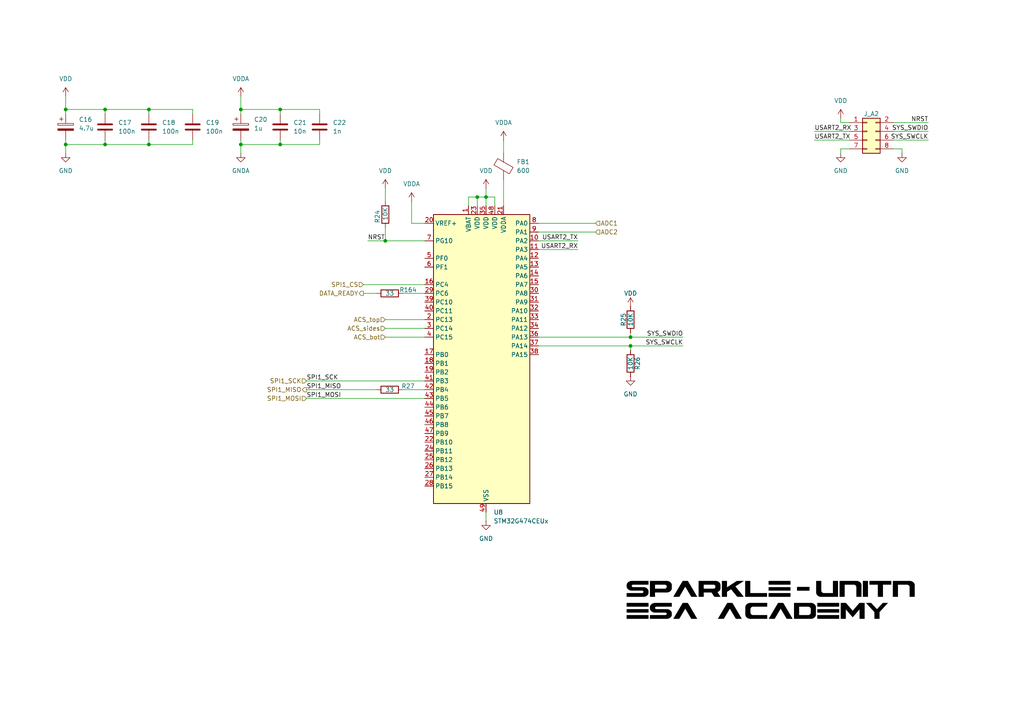
<source format=kicad_sch>
(kicad_sch (version 20231120) (generator "eeschema") (generator_version "8.0")
  (paper "A4")
  (title_block (title "Data Aquistion MCU") (date "2024-10-17") (rev "1.0"))
  (lib_symbols
    (symbol "Connector_Generic:Conn_02x04_Odd_Even" (pin_names (offset 1.016) hide)
      (property "Reference" "J" (at 1.27 5.08 0))
      (property "Value" "Conn_02x04_Odd_Even" (at 1.27 -7.62 0))
      (symbol "Conn_02x04_Odd_Even_1_1"
        (rectangle (start -1.27 -4.953) (end 0 -5.207) (stroke (width 0.1524)))
        (rectangle (start -1.27 -2.413) (end 0 -2.667) (stroke (width 0.1524)))
        (rectangle (start -1.27 0.127) (end 0 -0.127) (stroke (width 0.1524)))
        (rectangle (start -1.27 2.667) (end 0 2.413) (stroke (width 0.1524)))
        (rectangle (start -1.27 3.81) (end 3.81 -6.35) (stroke (width 0.254)) (fill (type background)))
        (rectangle (start 3.81 -4.953) (end 2.54 -5.207) (stroke (width 0.1524)))
        (rectangle (start 3.81 -2.413) (end 2.54 -2.667) (stroke (width 0.1524)))
        (rectangle (start 3.81 0.127) (end 2.54 -0.127) (stroke (width 0.1524)))
        (rectangle (start 3.81 2.667) (end 2.54 2.413) (stroke (width 0.1524)))
        (pin passive line (at -5.08 2.54 0) (length 3.81) (name "Pin_1") (number "1"))
        (pin passive line (at 7.62 2.54 180) (length 3.81) (name "Pin_2") (number "2"))
        (pin passive line (at -5.08 0 0) (length 3.81) (name "Pin_3") (number "3"))
        (pin passive line (at 7.62 0 180) (length 3.81) (name "Pin_4") (number "4"))
        (pin passive line (at -5.08 -2.54 0) (length 3.81) (name "Pin_5") (number "5"))
        (pin passive line (at 7.62 -2.54 180) (length 3.81) (name "Pin_6") (number "6"))
        (pin passive line (at -5.08 -5.08 0) (length 3.81) (name "Pin_7") (number "7"))
        (pin passive line (at 7.62 -5.08 180) (length 3.81) (name "Pin_8") (number "8"))
      )
    )
    (symbol "Device:C" (pin_numbers hide) (pin_names (offset 0.254))
      (property "Reference" "C" (at 0.635 2.54 0))
      (property "Value" "C" (at 0.635 -2.54 0))
      (symbol "C_0_1"
        (polyline (pts (xy -2.032 -0.762) (xy 2.032 -0.762)) (stroke (width 0.508)))
        (polyline (pts (xy -2.032 0.762) (xy 2.032 0.762)) (stroke (width 0.508)))
      )
      (symbol "C_1_1"
        (pin passive line (at 0 3.81 270) (length 2.794) (name "~") (number "1"))
        (pin passive line (at 0 -3.81 90) (length 2.794) (name "~") (number "2"))
      )
    )
    (symbol "Device:C_Polarized" (pin_numbers hide) (pin_names (offset 0.254))
      (property "Reference" "C" (at 0.635 2.54 0))
      (property "Value" "C_Polarized" (at 0.635 -2.54 0))
      (symbol "C_Polarized_0_1"
        (rectangle (start -2.286 0.508) (end 2.286 1.016))
        (polyline (pts (xy -1.778 2.286) (xy -0.762 2.286)))
        (polyline (pts (xy -1.27 2.794) (xy -1.27 1.778)))
        (rectangle (start 2.286 -0.508) (end -2.286 -1.016) (fill (type outline)))
      )
      (symbol "C_Polarized_1_1"
        (pin passive line (at 0 3.81 270) (length 2.794) (name "~") (number "1"))
        (pin passive line (at 0 -3.81 90) (length 2.794) (name "~") (number "2"))
      )
    )
    (symbol "Device:FerriteBead" (pin_numbers hide) (pin_names (offset 0))
      (property "Reference" "FB" (at -3.81 0.635 90))
      (property "Value" "FerriteBead" (at 3.81 0 90))
      (symbol "FerriteBead_0_1"
        (polyline (pts (xy 0 -1.27) (xy 0 -1.2192)))
        (polyline (pts (xy 0 1.27) (xy 0 1.2954)))
        (polyline (pts (xy -2.7686 0.4064) (xy -1.7018 2.2606) (xy 2.7686 -0.3048) (xy 1.6764 -2.159) (xy -2.7686 0.4064)))
      )
      (symbol "FerriteBead_1_1"
        (pin passive line (at 0 3.81 270) (length 2.54) (name "~") (number "1"))
        (pin passive line (at 0 -3.81 90) (length 2.54) (name "~") (number "2"))
      )
    )
    (symbol "Device:R" (pin_numbers hide) (pin_names (offset 0))
      (property "Reference" "R" (at 2.032 0 90))
      (property "Value" "R" (at 0 0 90))
      (symbol "R_0_1"
        (rectangle (start -1.016 -2.54) (end 1.016 2.54) (stroke (width 0.254)))
      )
      (symbol "R_1_1"
        (pin passive line (at 0 3.81 270) (length 1.27) (name "~") (number "1"))
        (pin passive line (at 0 -3.81 90) (length 1.27) (name "~") (number "2"))
      )
    )
    (symbol "MCU_ST_STM32G4:STM32G474CEUx"
      (property "Reference" "U" (at -12.7 44.45 0))
      (property "Value" "STM32G474CEUx" (at 10.16 44.45 0))
      (symbol "STM32G474CEUx_0_1"
        (rectangle (start -12.7 -40.64) (end 15.24 43.18) (stroke (width 0.254)) (fill (type background)))
      )
      (symbol "STM32G474CEUx_1_1"
        (pin power_in line (at -2.54 45.72 270) (length 2.54) (name "VBAT") (number "1"))
        (pin bidirectional line (at 17.78 35.56 180) (length 2.54) (name "PA2") (number "10"))
        (pin bidirectional line (at 17.78 33.02 180) (length 2.54) (name "PA3") (number "11"))
        (pin bidirectional line (at 17.78 30.48 180) (length 2.54) (name "PA4") (number "12"))
        (pin bidirectional line (at 17.78 27.94 180) (length 2.54) (name "PA5") (number "13"))
        (pin bidirectional line (at 17.78 25.4 180) (length 2.54) (name "PA6") (number "14"))
        (pin bidirectional line (at 17.78 22.86 180) (length 2.54) (name "PA7") (number "15"))
        (pin bidirectional line (at -15.24 22.86 0) (length 2.54) (name "PC4") (number "16"))
        (pin bidirectional line (at -15.24 2.54 0) (length 2.54) (name "PB0") (number "17"))
        (pin bidirectional line (at -15.24 0 0) (length 2.54) (name "PB1") (number "18"))
        (pin bidirectional line (at -15.24 -2.54 0) (length 2.54) (name "PB2") (number "19"))
        (pin bidirectional line (at -15.24 12.7 0) (length 2.54) (name "PC13") (number "2"))
        (pin input line (at -15.24 40.64 0) (length 2.54) (name "VREF+") (number "20"))
        (pin power_in line (at 7.62 45.72 270) (length 2.54) (name "VDDA") (number "21"))
        (pin bidirectional line (at -15.24 -22.86 0) (length 2.54) (name "PB10") (number "22"))
        (pin power_in line (at 0 45.72 270) (length 2.54) (name "VDD") (number "23"))
        (pin bidirectional line (at -15.24 -25.4 0) (length 2.54) (name "PB11") (number "24"))
        (pin bidirectional line (at -15.24 -27.94 0) (length 2.54) (name "PB12") (number "25"))
        (pin bidirectional line (at -15.24 -30.48 0) (length 2.54) (name "PB13") (number "26"))
        (pin bidirectional line (at -15.24 -33.02 0) (length 2.54) (name "PB14") (number "27"))
        (pin bidirectional line (at -15.24 -35.56 0) (length 2.54) (name "PB15") (number "28"))
        (pin bidirectional line (at -15.24 20.32 0) (length 2.54) (name "PC6") (number "29"))
        (pin bidirectional line (at -15.24 10.16 0) (length 2.54) (name "PC14") (number "3"))
        (pin bidirectional line (at 17.78 20.32 180) (length 2.54) (name "PA8") (number "30"))
        (pin bidirectional line (at 17.78 17.78 180) (length 2.54) (name "PA9") (number "31"))
        (pin bidirectional line (at 17.78 15.24 180) (length 2.54) (name "PA10") (number "32"))
        (pin bidirectional line (at 17.78 12.7 180) (length 2.54) (name "PA11") (number "33"))
        (pin bidirectional line (at 17.78 10.16 180) (length 2.54) (name "PA12") (number "34"))
        (pin power_in line (at 2.54 45.72 270) (length 2.54) (name "VDD") (number "35"))
        (pin bidirectional line (at 17.78 7.62 180) (length 2.54) (name "PA13") (number "36"))
        (pin bidirectional line (at 17.78 5.08 180) (length 2.54) (name "PA14") (number "37"))
        (pin bidirectional line (at 17.78 2.54 180) (length 2.54) (name "PA15") (number "38"))
        (pin bidirectional line (at -15.24 17.78 0) (length 2.54) (name "PC10") (number "39"))
        (pin bidirectional line (at -15.24 7.62 0) (length 2.54) (name "PC15") (number "4"))
        (pin bidirectional line (at -15.24 15.24 0) (length 2.54) (name "PC11") (number "40"))
        (pin bidirectional line (at -15.24 -5.08 0) (length 2.54) (name "PB3") (number "41"))
        (pin bidirectional line (at -15.24 -7.62 0) (length 2.54) (name "PB4") (number "42"))
        (pin bidirectional line (at -15.24 -10.16 0) (length 2.54) (name "PB5") (number "43"))
        (pin bidirectional line (at -15.24 -12.7 0) (length 2.54) (name "PB6") (number "44"))
        (pin bidirectional line (at -15.24 -15.24 0) (length 2.54) (name "PB7") (number "45"))
        (pin bidirectional line (at -15.24 -17.78 0) (length 2.54) (name "PB8") (number "46"))
        (pin bidirectional line (at -15.24 -20.32 0) (length 2.54) (name "PB9") (number "47"))
        (pin power_in line (at 5.08 45.72 270) (length 2.54) (name "VDD") (number "48"))
        (pin power_in line (at 2.54 -43.18 90) (length 2.54) (name "VSS") (number "49"))
        (pin bidirectional line (at -15.24 30.48 0) (length 2.54) (name "PF0") (number "5"))
        (pin bidirectional line (at -15.24 27.94 0) (length 2.54) (name "PF1") (number "6"))
        (pin bidirectional line (at -15.24 35.56 0) (length 2.54) (name "PG10") (number "7"))
        (pin bidirectional line (at 17.78 40.64 180) (length 2.54) (name "PA0") (number "8"))
        (pin bidirectional line (at 17.78 38.1 180) (length 2.54) (name "PA1") (number "9"))
      )
    )
    (symbol "power:GND" (power) (pin_numbers hide) (pin_names (offset 0) hide)
      (property "Value" "GND" (at 0 -3.81 0))
      (symbol "GND_0_1"
        (polyline (pts (xy 0 0) (xy 0 -1.27) (xy 1.27 -1.27) (xy 0 -2.54) (xy -1.27 -1.27) (xy 0 -1.27)))
      )
      (symbol "GND_1_1"
        (pin power_in line (at 0 0 270) (length 0) (name "~") (number "1"))
      )
    )
    (symbol "power:GNDA" (power) (pin_numbers hide) (pin_names (offset 0) hide)
      (property "Value" "GNDA" (at 0 -3.81 0))
      (symbol "GNDA_0_1"
        (polyline (pts (xy 0 0) (xy 0 -1.27) (xy 1.27 -1.27) (xy 0 -2.54) (xy -1.27 -1.27) (xy 0 -1.27)))
      )
      (symbol "GNDA_1_1"
        (pin power_in line (at 0 0 270) (length 0) (name "~") (number "1"))
      )
    )
    (symbol "power:VDD" (power) (pin_numbers hide) (pin_names (offset 0) hide)
      (property "Value" "VDD" (at 0 3.556 0))
      (symbol "VDD_0_1"
        (polyline (pts (xy -0.762 1.27) (xy 0 2.54)))
        (polyline (pts (xy 0 0) (xy 0 2.54)))
        (polyline (pts (xy 0 2.54) (xy 0.762 1.27)))
      )
      (symbol "VDD_1_1"
        (pin power_in line (at 0 0 90) (length 0) (name "~") (number "1"))
      )
    )
    (symbol "power:VDDA" (power) (pin_numbers hide) (pin_names (offset 0) hide)
      (property "Value" "VDDA" (at 0 3.556 0))
      (symbol "VDDA_0_1"
        (polyline (pts (xy -0.762 1.27) (xy 0 2.54)))
        (polyline (pts (xy 0 0) (xy 0 2.54)))
        (polyline (pts (xy 0 2.54) (xy 0.762 1.27)))
      )
      (symbol "VDDA_1_1"
        (pin power_in line (at 0 0 90) (length 0) (name "~") (number "1"))
      )
    )
  )
  (junction (at 182.88 97.79))
  (junction (at 111.76 69.85))
  (junction (at 69.85 41.91))
  (junction (at 43.18 41.91))
  (junction (at 69.85 31.75))
  (junction (at 138.43 57.15))
  (junction (at 30.48 31.75))
  (junction (at 81.28 41.91))
  (junction (at 43.18 31.75))
  (junction (at 140.97 57.15))
  (junction (at 81.28 31.75))
  (junction (at 30.48 41.91))
  (junction (at 19.05 41.91))
  (junction (at 19.05 31.75))
  (junction (at 182.88 100.33))
  (wire (pts (xy 111.76 69.85) (xy 123.19 69.85)))
  (wire (pts (xy 111.76 95.25) (xy 123.19 95.25)))
  (wire (pts (xy 19.05 41.91) (xy 19.05 44.45)))
  (wire (pts (xy 259.08 38.1) (xy 269.24 38.1)))
  (wire (pts (xy 156.21 100.33) (xy 182.88 100.33)))
  (wire (pts (xy 55.88 31.75) (xy 43.18 31.75)))
  (wire (pts (xy 92.71 41.91) (xy 81.28 41.91)))
  (wire (pts (xy 88.9 113.03) (xy 109.22 113.03)))
  (wire (pts (xy 69.85 40.64) (xy 69.85 41.91)))
  (wire (pts (xy 19.05 41.91) (xy 30.48 41.91)))
  (wire (pts (xy 140.97 54.61) (xy 140.97 57.15)))
  (wire (pts (xy 105.41 85.09) (xy 109.22 85.09)))
  (wire (pts (xy 30.48 31.75) (xy 43.18 31.75)))
  (wire (pts (xy 156.21 72.39) (xy 167.64 72.39)))
  (wire (pts (xy 81.28 31.75) (xy 81.28 33.02)))
  (wire (pts (xy 236.22 40.64) (xy 246.38 40.64)))
  (wire (pts (xy 261.62 43.18) (xy 259.08 43.18)))
  (wire (pts (xy 243.84 43.18) (xy 246.38 43.18)))
  (wire (pts (xy 111.76 69.85) (xy 111.76 66.04)))
  (wire (pts (xy 156.21 64.77) (xy 172.72 64.77)))
  (wire (pts (xy 146.05 52.07) (xy 146.05 59.69)))
  (wire (pts (xy 81.28 31.75) (xy 69.85 31.75)))
  (wire (pts (xy 246.38 38.1) (xy 236.22 38.1)))
  (wire (pts (xy 19.05 27.94) (xy 19.05 31.75)))
  (wire (pts (xy 81.28 40.64) (xy 81.28 41.91)))
  (wire (pts (xy 182.88 97.79) (xy 198.12 97.79)))
  (wire (pts (xy 156.21 67.31) (xy 172.72 67.31)))
  (wire (pts (xy 19.05 31.75) (xy 19.05 33.02)))
  (wire (pts (xy 30.48 31.75) (xy 30.48 33.02)))
  (wire (pts (xy 140.97 57.15) (xy 143.51 57.15)))
  (wire (pts (xy 55.88 40.64) (xy 55.88 41.91)))
  (wire (pts (xy 140.97 57.15) (xy 140.97 59.69)))
  (wire (pts (xy 156.21 69.85) (xy 167.64 69.85)))
  (wire (pts (xy 143.51 57.15) (xy 143.51 59.69)))
  (wire (pts (xy 259.08 35.56) (xy 269.24 35.56)))
  (wire (pts (xy 123.19 64.77) (xy 119.38 64.77)))
  (wire (pts (xy 140.97 151.13) (xy 140.97 148.59)))
  (wire (pts (xy 106.68 69.85) (xy 111.76 69.85)))
  (wire (pts (xy 135.89 57.15) (xy 138.43 57.15)))
  (wire (pts (xy 259.08 40.64) (xy 269.24 40.64)))
  (wire (pts (xy 111.76 97.79) (xy 123.19 97.79)))
  (wire (pts (xy 243.84 44.45) (xy 243.84 43.18)))
  (wire (pts (xy 138.43 57.15) (xy 140.97 57.15)))
  (wire (pts (xy 119.38 58.42) (xy 119.38 64.77)))
  (wire (pts (xy 43.18 41.91) (xy 43.18 40.64)))
  (wire (pts (xy 55.88 41.91) (xy 43.18 41.91)))
  (wire (pts (xy 182.88 101.6) (xy 182.88 100.33)))
  (wire (pts (xy 138.43 57.15) (xy 138.43 59.69)))
  (wire (pts (xy 105.41 82.55) (xy 123.19 82.55)))
  (wire (pts (xy 55.88 33.02) (xy 55.88 31.75)))
  (wire (pts (xy 30.48 40.64) (xy 30.48 41.91)))
  (wire (pts (xy 243.84 35.56) (xy 246.38 35.56)))
  (wire (pts (xy 135.89 59.69) (xy 135.89 57.15)))
  (wire (pts (xy 69.85 41.91) (xy 81.28 41.91)))
  (wire (pts (xy 243.84 35.56) (xy 243.84 34.29)))
  (wire (pts (xy 261.62 44.45) (xy 261.62 43.18)))
  (wire (pts (xy 88.9 115.57) (xy 123.19 115.57)))
  (wire (pts (xy 69.85 27.94) (xy 69.85 31.75)))
  (wire (pts (xy 182.88 96.52) (xy 182.88 97.79)))
  (wire (pts (xy 92.71 40.64) (xy 92.71 41.91)))
  (wire (pts (xy 30.48 41.91) (xy 43.18 41.91)))
  (wire (pts (xy 116.84 85.09) (xy 123.19 85.09)))
  (wire (pts (xy 92.71 33.02) (xy 92.71 31.75)))
  (wire (pts (xy 111.76 54.61) (xy 111.76 58.42)))
  (wire (pts (xy 182.88 100.33) (xy 198.12 100.33)))
  (wire (pts (xy 146.05 40.64) (xy 146.05 44.45)))
  (wire (pts (xy 69.85 41.91) (xy 69.85 44.45)))
  (wire (pts (xy 43.18 31.75) (xy 43.18 33.02)))
  (wire (pts (xy 69.85 31.75) (xy 69.85 33.02)))
  (wire (pts (xy 30.48 31.75) (xy 19.05 31.75)))
  (wire (pts (xy 116.84 113.03) (xy 123.19 113.03)))
  (wire (pts (xy 111.76 92.71) (xy 123.19 92.71)))
  (wire (pts (xy 156.21 97.79) (xy 182.88 97.79)))
  (wire (pts (xy 92.71 31.75) (xy 81.28 31.75)))
  (wire (pts (xy 19.05 40.64) (xy 19.05 41.91)))
  (wire (pts (xy 88.9 110.49) (xy 123.19 110.49)))
  (image (at 223.52 173.99) (scale 0.489235))
  (label "NRST" (at 269.24 35.56 180))
  (label "SPI1_SCK" (at 88.9 110.49 0))
  (label "SPI1_MOSI" (at 88.9 115.57 0))
  (label "USART2_RX" (at 236.22 38.1 0))
  (label "SYS_SWCLK" (at 269.24 40.64 180))
  (label "NRST" (at 106.68 69.85 0))
  (label "USART2_TX" (at 236.22 40.64 0))
  (label "SYS_SWCLK" (at 198.12 100.33 180))
  (label "USART2_TX" (at 167.64 69.85 180))
  (label "SYS_SWDIO" (at 198.12 97.79 180))
  (label "USART2_RX" (at 167.64 72.39 180))
  (label "SYS_SWDIO" (at 269.24 38.1 180))
  (label "SPI1_MISO" (at 88.9 113.03 0))
  (hierarchical_label "SPI1_SCK" (shape input) (at 88.9 110.49 180))
  (hierarchical_label "DATA_READY" (shape output) (at 105.41 85.09 180))
  (hierarchical_label "SPI1_MISO" (shape output) (at 88.9 113.03 180))
  (hierarchical_label "SPI1_CS" (shape input) (at 105.41 82.55 180))
  (hierarchical_label "SPI1_MOSI" (shape input) (at 88.9 115.57 180))
  (hierarchical_label "ACS_sides" (shape input) (at 111.76 95.25 180))
  (hierarchical_label "ADC1" (shape input) (at 172.72 64.77 0))
  (hierarchical_label "ACS_top" (shape input) (at 111.76 92.71 180))
  (hierarchical_label "ACS_bot" (shape input) (at 111.76 97.79 180))
  (hierarchical_label "ADC2" (shape input) (at 172.72 67.31 0))
  (symbol (lib_id "power:VDD") (at 243.84 34.29 0) (unit 1)
    (property "Reference" "#PWR057" (effects (hide yes)))
    (property "Value" "VDD" (at 243.84 29.21 0))
    (property "Description" "Power symbol creates a global label with name \"VDD\"" (effects (hide yes)))
    (instances (project "ELS-overall_schematic" (path "" (reference "#PWR057") (unit 1)) (path "" (reference "#PWR0115") (unit 1)) (path "" (reference "#PWR0173") (unit 1)) (path "" (reference "#PWR0216") (unit 1))))
  )
  (symbol (lib_id "Device:C_Polarized") (at 19.05 36.83 0) (unit 1)
    (property "Reference" "C16" (at 22.86 34.6709 0) (effects (justify left)))
    (property "Value" "4.7u" (at 22.86 37.2109 0) (effects (justify left)))
    (property "Description" "Polarized capacitor" (effects (hide yes)))
    (instances (project "ELS-overall_schematic" (path "" (reference "C16") (unit 1)) (path "" (reference "C47") (unit 1)) (path "" (reference "C78") (unit 1)) (path "" (reference "C100") (unit 1))))
  )
  (symbol (lib_id "power:GND") (at 140.97 151.13 0) (unit 1)
    (property "Reference" "#PWR068" (effects (hide yes)))
    (property "Value" "GND" (at 140.97 156.21 0))
    (property "Description" "Power symbol creates a global label with name \"GND\" , ground" (effects (hide yes)))
    (instances (project "ELS-overall_schematic" (path "" (reference "#PWR068") (unit 1)) (path "" (reference "#PWR0126") (unit 1)) (path "" (reference "#PWR0184") (unit 1)) (path "" (reference "#PWR0227") (unit 1))))
  )
  (symbol (lib_id "Device:R") (at 111.76 62.23 180) (unit 1)
    (property "Reference" "R24" (at 109.474 64.77 90) (effects (justify right)))
    (property "Value" "10K" (at 111.76 64.008 90) (effects (justify right)))
    (property "Footprint" "Resistor_SMD:R_0603_1608Metric_Pad0.98x0.95mm_HandSolder" (effects (hide yes)))
    (property "Description" "Resistor" (effects (hide yes)))
    (instances (project "ELS-overall_schematic" (path "" (reference "R24") (unit 1)) (path "" (reference "R50") (unit 1)) (path "" (reference "R76") (unit 1)) (path "" (reference "R91") (unit 1))))
  )
  (symbol (lib_id "Device:C") (at 43.18 36.83 0) (unit 1)
    (property "Reference" "C18" (at 46.99 35.5599 0) (effects (justify left)))
    (property "Value" "100n" (at 46.99 38.0999 0) (effects (justify left)))
    (property "Description" "Unpolarized capacitor" (effects (hide yes)))
    (instances (project "ELS-overall_schematic" (path "" (reference "C18") (unit 1)) (path "" (reference "C49") (unit 1)) (path "" (reference "C80") (unit 1)) (path "" (reference "C102") (unit 1))))
  )
  (symbol (lib_id "power:VDD") (at 140.97 54.61 0) (unit 1)
    (property "Reference" "#PWR064" (effects (hide yes)))
    (property "Value" "VDD" (at 140.97 49.53 0))
    (property "Description" "Power symbol creates a global label with name \"VDD\"" (effects (hide yes)))
    (instances (project "ELS-overall_schematic" (path "" (reference "#PWR064") (unit 1)) (path "" (reference "#PWR0122") (unit 1)) (path "" (reference "#PWR0180") (unit 1)) (path "" (reference "#PWR0223") (unit 1))))
  )
  (symbol (lib_id "power:GNDA") (at 69.85 44.45 0) (unit 1)
    (property "Reference" "#PWR060" (effects (hide yes)))
    (property "Value" "GNDA" (at 69.85 49.53 0))
    (property "Description" "Power symbol creates a global label with name \"GNDA\" , analog ground" (effects (hide yes)))
    (instances (project "ELS-overall_schematic" (path "" (reference "#PWR060") (unit 1)) (path "" (reference "#PWR0118") (unit 1)) (path "" (reference "#PWR0176") (unit 1)) (path "" (reference "#PWR0219") (unit 1))))
  )
  (symbol (lib_id "Device:C") (at 92.71 36.83 0) (unit 1)
    (property "Reference" "C22" (at 96.52 35.5599 0) (effects (justify left)))
    (property "Value" "1n" (at 96.52 38.0999 0) (effects (justify left)))
    (property "Description" "Unpolarized capacitor" (effects (hide yes)))
    (instances (project "ELS-overall_schematic" (path "" (reference "C22") (unit 1)) (path "" (reference "C53") (unit 1)) (path "" (reference "C84") (unit 1)) (path "" (reference "C106") (unit 1))))
  )
  (symbol (lib_id "power:VDDA") (at 69.85 27.94 0) (unit 1)
    (property "Reference" "#PWR056" (effects (hide yes)))
    (property "Value" "VDDA" (at 69.85 22.86 0))
    (property "Description" "Power symbol creates a global label with name \"VDDA\"" (effects (hide yes)))
    (instances (project "ELS-overall_schematic" (path "" (reference "#PWR056") (unit 1)) (path "" (reference "#PWR0114") (unit 1)) (path "" (reference "#PWR0172") (unit 1)) (path "" (reference "#PWR0215") (unit 1))))
  )
  (symbol (lib_id "power:VDD") (at 182.88 88.9 0) (unit 1)
    (property "Reference" "#PWR066" (effects (hide yes)))
    (property "Value" "VDD" (at 182.88 85.09 0))
    (property "Description" "Power symbol creates a global label with name \"VDD\"" (effects (hide yes)))
    (instances (project "ELS-overall_schematic" (path "" (reference "#PWR066") (unit 1)) (path "" (reference "#PWR0124") (unit 1)) (path "" (reference "#PWR0182") (unit 1)) (path "" (reference "#PWR0225") (unit 1))))
  )
  (symbol (lib_id "Device:C") (at 30.48 36.83 0) (unit 1)
    (property "Reference" "C17" (at 34.29 35.5599 0) (effects (justify left)))
    (property "Value" "100n" (at 34.29 38.0999 0) (effects (justify left)))
    (property "Description" "Unpolarized capacitor" (effects (hide yes)))
    (instances (project "ELS-overall_schematic" (path "" (reference "C17") (unit 1)) (path "" (reference "C48") (unit 1)) (path "" (reference "C79") (unit 1)) (path "" (reference "C101") (unit 1))))
  )
  (symbol (lib_id "power:VDD") (at 111.76 54.61 0) (unit 1)
    (property "Reference" "#PWR063" (effects (hide yes)))
    (property "Value" "VDD" (at 111.76 49.53 0))
    (property "Description" "Power symbol creates a global label with name \"VDD\"" (effects (hide yes)))
    (instances (project "ELS-overall_schematic" (path "" (reference "#PWR063") (unit 1)) (path "" (reference "#PWR0121") (unit 1)) (path "" (reference "#PWR0179") (unit 1)) (path "" (reference "#PWR0222") (unit 1))))
  )
  (symbol (lib_id "Device:R") (at 113.03 113.03 270) (mirror x) (unit 1)
    (property "Reference" "R27" (at 118.364 112.014 90))
    (property "Value" "33" (at 113.03 113.03 90))
    (property "Footprint" "Resistor_SMD:R_0603_1608Metric_Pad0.98x0.95mm_HandSolder" (effects (hide yes)))
    (property "Description" "Resistor" (effects (hide yes)))
    (instances (project "ELS-overall_schematic" (path "" (reference "R27") (unit 1)) (path "" (reference "R53") (unit 1)) (path "" (reference "R79") (unit 1)) (path "" (reference "R94") (unit 1))))
  )
  (symbol (lib_id "MCU_ST_STM32G4:STM32G474CEUx") (at 138.43 105.41 0) (unit 1)
    (property "Reference" "U8" (at 143.1641 148.59 0) (effects (justify left)))
    (property "Value" "STM32G474CEUx" (at 143.1641 151.13 0) (effects (justify left)))
    (property "Footprint" "Package_DFN_QFN:QFN-48-1EP_7x7mm_P0.5mm_EP5.6x5.6mm" (effects (hide yes)))
    (property "Datasheet" "https://www.st.com/resource/en/datasheet/stm32g474ce.pdf" (effects (hide yes)))
    (property "Description" "STMicroelectronics Arm Cortex-M4 MCU, 512KB flash, 128KB RAM, 170 MHz, 1.71-3.6V, 42 GPIO, UFQFPN48" (effects (hide yes)))
    (instances (project "ELS-overall_schematic" (path "" (reference "U8") (unit 1)) (path "" (reference "U14") (unit 1)) (path "" (reference "U20") (unit 1)) (path "" (reference "U24") (unit 1))))
  )
  (symbol (lib_id "power:VDD") (at 146.05 40.64 0) (unit 1)
    (property "Reference" "#PWR058" (effects (hide yes)))
    (property "Value" "VDDA" (at 146.05 35.56 0))
    (property "Description" "Power symbol creates a global label with name \"VDD\"" (effects (hide yes)))
    (instances (project "ELS-overall_schematic" (path "" (reference "#PWR058") (unit 1)) (path "" (reference "#PWR0116") (unit 1)) (path "" (reference "#PWR0174") (unit 1)) (path "" (reference "#PWR0217") (unit 1))))
  )
  (symbol (lib_id "Device:R") (at 182.88 92.71 180) (unit 1)
    (property "Reference" "R25" (at 180.848 92.71 90))
    (property "Value" "10K" (at 182.88 92.71 90))
    (property "Footprint" "Resistor_SMD:R_0603_1608Metric_Pad0.98x0.95mm_HandSolder" (effects (hide yes)))
    (property "Description" "Resistor" (effects (hide yes)))
    (instances (project "ELS-overall_schematic" (path "" (reference "R25") (unit 1)) (path "" (reference "R51") (unit 1)) (path "" (reference "R77") (unit 1)) (path "" (reference "R92") (unit 1))))
  )
  (symbol (lib_id "Device:FerriteBead") (at 146.05 48.26 0) (unit 1)
    (property "Reference" "FB1" (at 149.86 46.9391 0) (effects (justify left)))
    (property "Value" "600" (at 149.86 49.4791 0) (effects (justify left)))
    (property "Description" "Ferrite bead" (effects (hide yes)))
    (instances (project "ELS-overall_schematic" (path "" (reference "FB1") (unit 1)) (path "" (reference "FB2") (unit 1)) (path "" (reference "FB3") (unit 1)) (path "" (reference "FB4") (unit 1))))
  )
  (symbol (lib_id "power:GND") (at 182.88 109.22 0) (unit 1)
    (property "Reference" "#PWR067" (effects (hide yes)))
    (property "Value" "GND" (at 182.88 114.3 0))
    (property "Description" "Power symbol creates a global label with name \"GND\" , ground" (effects (hide yes)))
    (instances (project "ELS-overall_schematic" (path "" (reference "#PWR067") (unit 1)) (path "" (reference "#PWR0125") (unit 1)) (path "" (reference "#PWR0183") (unit 1)) (path "" (reference "#PWR0226") (unit 1))))
  )
  (symbol (lib_id "power:VDD") (at 19.05 27.94 0) (unit 1)
    (property "Reference" "#PWR055" (effects (hide yes)))
    (property "Value" "VDD" (at 19.05 22.86 0))
    (property "Description" "Power symbol creates a global label with name \"VDD\"" (effects (hide yes)))
    (instances (project "ELS-overall_schematic" (path "" (reference "#PWR055") (unit 1)) (path "" (reference "#PWR0113") (unit 1)) (path "" (reference "#PWR0171") (unit 1)) (path "" (reference "#PWR0214") (unit 1))))
  )
  (symbol (lib_id "Connector_Generic:Conn_02x04_Odd_Even") (at 251.46 38.1 0) (unit 1)
    (property "Reference" "J_A2" (at 252.73 33.02 0))
    (property "Value" "Conn_02x05_Odd_Even" (effects (hide yes)))
    (property "Footprint" "Connector_PinHeader_2.54mm:PinHeader_2x05_P2.54mm_Vertical" (effects (hide yes)))
    (property "Description" "Generic connector, double row, 02x04, odd/even pin numbering scheme (row 1 odd numbers, row 2 even numbers), script generated (kicad-library-utils/schlib/autogen/connector/)" (effects (hide yes)))
    (instances (project "ELS-overall_schematic" (path "" (reference "J_A2") (unit 1)) (path "" (reference "J_A3") (unit 1)) (path "" (reference "J_A4") (unit 1)) (path "" (reference "J_A5") (unit 1))))
  )
  (symbol (lib_id "power:GND") (at 19.05 44.45 0) (unit 1)
    (property "Reference" "#PWR059" (effects (hide yes)))
    (property "Value" "GND" (at 19.05 49.53 0))
    (property "Description" "Power symbol creates a global label with name \"GND\" , ground" (effects (hide yes)))
    (instances (project "ELS-overall_schematic" (path "" (reference "#PWR059") (unit 1)) (path "" (reference "#PWR0117") (unit 1)) (path "" (reference "#PWR0175") (unit 1)) (path "" (reference "#PWR0218") (unit 1))))
  )
  (symbol (lib_id "power:VDD") (at 119.38 58.42 0) (unit 1)
    (property "Reference" "#PWR065" (effects (hide yes)))
    (property "Value" "VDDA" (at 119.38 53.34 0))
    (property "Description" "Power symbol creates a global label with name \"VDD\"" (effects (hide yes)))
    (instances (project "ELS-overall_schematic" (path "" (reference "#PWR065") (unit 1)) (path "" (reference "#PWR0123") (unit 1)) (path "" (reference "#PWR0181") (unit 1)) (path "" (reference "#PWR0224") (unit 1))))
  )
  (symbol (lib_id "power:GND") (at 261.62 44.45 0) (unit 1)
    (property "Reference" "#PWR062" (effects (hide yes)))
    (property "Value" "GND" (at 261.62 49.53 0))
    (property "Description" "Power symbol creates a global label with name \"GND\" , ground" (effects (hide yes)))
    (instances (project "ELS-overall_schematic" (path "" (reference "#PWR062") (unit 1)) (path "" (reference "#PWR0120") (unit 1)) (path "" (reference "#PWR0178") (unit 1)) (path "" (reference "#PWR0221") (unit 1))))
  )
  (symbol (lib_id "Device:C") (at 81.28 36.83 0) (unit 1)
    (property "Reference" "C21" (at 85.09 35.5599 0) (effects (justify left)))
    (property "Value" "10n" (at 85.09 38.0999 0) (effects (justify left)))
    (property "Description" "Unpolarized capacitor" (effects (hide yes)))
    (instances (project "ELS-overall_schematic" (path "" (reference "C21") (unit 1)) (path "" (reference "C52") (unit 1)) (path "" (reference "C83") (unit 1)) (path "" (reference "C105") (unit 1))))
  )
  (symbol (lib_id "Device:R") (at 182.88 105.41 0) (unit 1)
    (property "Reference" "R26" (at 184.912 105.41 90))
    (property "Value" "10K" (at 182.88 105.41 90))
    (property "Footprint" "Resistor_SMD:R_0603_1608Metric_Pad0.98x0.95mm_HandSolder" (effects (hide yes)))
    (property "Description" "Resistor" (effects (hide yes)))
    (instances (project "ELS-overall_schematic" (path "" (reference "R26") (unit 1)) (path "" (reference "R52") (unit 1)) (path "" (reference "R78") (unit 1)) (path "" (reference "R93") (unit 1))))
  )
  (symbol (lib_id "Device:C") (at 55.88 36.83 0) (unit 1)
    (property "Reference" "C19" (at 59.69 35.5599 0) (effects (justify left)))
    (property "Value" "100n" (at 59.69 38.0999 0) (effects (justify left)))
    (property "Description" "Unpolarized capacitor" (effects (hide yes)))
    (instances (project "ELS-overall_schematic" (path "" (reference "C19") (unit 1)) (path "" (reference "C50") (unit 1)) (path "" (reference "C81") (unit 1)) (path "" (reference "C103") (unit 1))))
  )
  (symbol (lib_id "Device:R") (at 113.03 85.09 270) (mirror x) (unit 1)
    (property "Reference" "R164" (at 118.364 84.074 90))
    (property "Value" "33" (at 113.03 85.09 90))
    (property "Footprint" "Resistor_SMD:R_0603_1608Metric_Pad0.98x0.95mm_HandSolder" (effects (hide yes)))
    (property "Description" "Resistor" (effects (hide yes)))
    (instances (project "ELS-overall_schematic" (path "" (reference "R164") (unit 1)) (path "" (reference "R165") (unit 1)) (path "" (reference "R166") (unit 1)) (path "" (reference "R167") (unit 1))))
  )
  (symbol (lib_id "Device:C_Polarized") (at 69.85 36.83 0) (unit 1)
    (property "Reference" "C20" (at 73.66 34.6709 0) (effects (justify left)))
    (property "Value" "1u" (at 73.66 37.2109 0) (effects (justify left)))
    (property "Description" "Polarized capacitor" (effects (hide yes)))
    (instances (project "ELS-overall_schematic" (path "" (reference "C20") (unit 1)) (path "" (reference "C51") (unit 1)) (path "" (reference "C82") (unit 1)) (path "" (reference "C104") (unit 1))))
  )
  (symbol (lib_id "power:GND") (at 243.84 44.45 0) (unit 1)
    (property "Reference" "#PWR061" (effects (hide yes)))
    (property "Value" "GND" (at 243.84 49.53 0))
    (property "Description" "Power symbol creates a global label with name \"GND\" , ground" (effects (hide yes)))
    (instances (project "ELS-overall_schematic" (path "" (reference "#PWR061") (unit 1)) (path "" (reference "#PWR0119") (unit 1)) (path "" (reference "#PWR0177") (unit 1)) (path "" (reference "#PWR0220") (unit 1))))
  )
)
</source>
